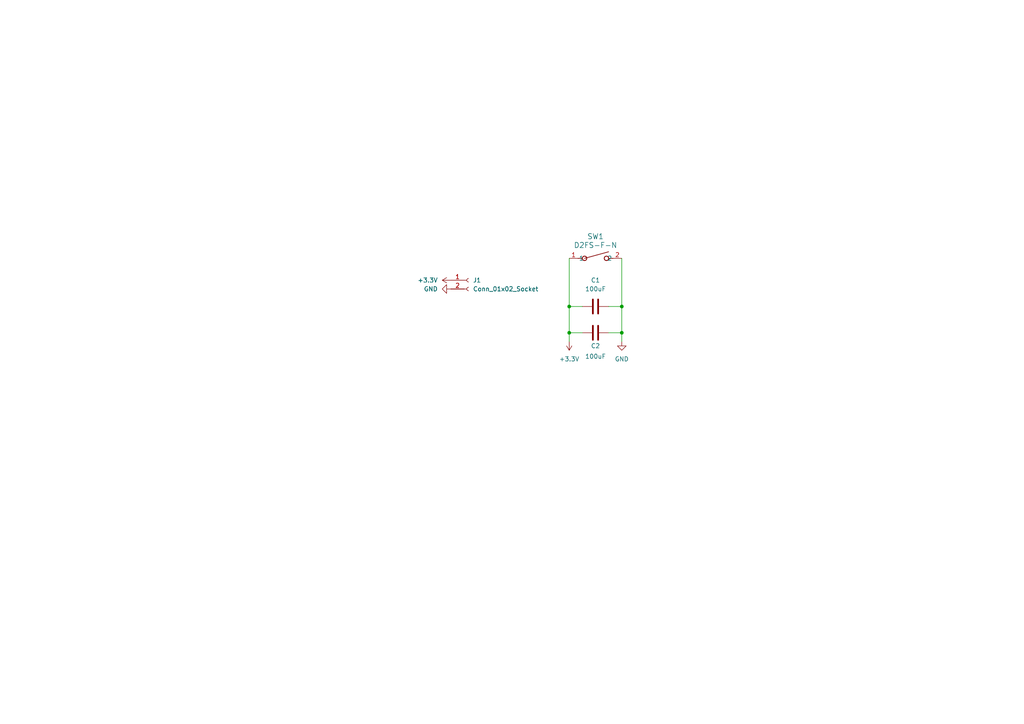
<source format=kicad_sch>
(kicad_sch (version 20250114) (generator "eeschema") (generator_version "9.0")
  (paper "A4")
  (lib_symbols
    (symbol "Connector:Conn_01x02_Socket" (pin_names (offset 1.016) (hide yes))
      (property "Reference" "J" (at 0 2.54 0))
      (property "Value" "Conn_01x02_Socket" (at 0 -5.08 0))
      (symbol "Conn_01x02_Socket_1_1"
        (polyline (pts (xy -1.27 0) (xy -0.508 0)) (stroke (width 0.1524)))
        (polyline (pts (xy -1.27 -2.54) (xy -0.508 -2.54)) (stroke (width 0.1524)))
        (arc (start 0 -0.508) (mid -0.5058 0) (end 0 0.508) (stroke (width 0.1524)))
        (arc (start 0 -3.048) (mid -0.5058 -2.54) (end 0 -2.032) (stroke (width 0.1524)))
        (pin passive line (at -5.08 0 0) (length 3.81) (name "Pin_1") (number "1"))
        (pin passive line (at -5.08 -2.54 0) (length 3.81) (name "Pin_2") (number "2"))
      )
    )
    (symbol "Device:C" (pin_numbers (hide yes)) (pin_names (offset 0.254))
      (property "Reference" "C" (at 0.635 2.54 0))
      (property "Value" "C" (at 0.635 -2.54 0))
      (symbol "C_0_1"
        (polyline (pts (xy -2.032 0.762) (xy 2.032 0.762)) (stroke (width 0.508)))
        (polyline (pts (xy -2.032 -0.762) (xy 2.032 -0.762)) (stroke (width 0.508)))
      )
      (symbol "C_1_1"
        (pin passive line (at 0 3.81 270) (length 2.794) (name "~") (number "1"))
        (pin passive line (at 0 -3.81 90) (length 2.794) (name "~") (number "2"))
      )
    )
    (symbol "Microswitch:D2FS-F-N" (pin_names (offset 0.254))
      (property "Reference" "SW" (at 7.62 3.81 0))
      (property "Value" "D2FS-F-N" (at 0 0 0))
      (symbol "D2FS-F-N_0_1"
        (polyline (pts (xy 2.54 0) (xy 3.81 0)) (stroke (width 0.2032)))
        (polyline (pts (xy 4.445 0) (xy 11.43 1.905)) (stroke (width 0.2032)))
        (circle (center 4.445 0) (radius 0.635) (stroke (width 0.254)))
        (circle (center 10.795 0) (radius 0.635) (stroke (width 0.254)))
        (polyline (pts (xy 12.7 0) (xy 11.43 0)) (stroke (width 0.2032)))
        (pin unspecified line (at 0 0 0) (length 2.54) (name "1") (number "1"))
        (pin unspecified line (at 15.24 0 180) (length 2.54) (name "2") (number "2"))
      )
    )
    (symbol "power:+3.3V" (power) (pin_names (offset 0))
      (property "Value" "+3.3V" (at 0 3.556 0))
      (symbol "+3.3V_0_1"
        (polyline (pts (xy -0.762 1.27) (xy 0 2.54)))
        (polyline (pts (xy 0 2.54) (xy 0.762 1.27)))
        (polyline (pts (xy 0 0) (xy 0 2.54)))
      )
      (symbol "+3.3V_1_1"
        (pin power_in line (at 0 0 90) (length 0) (hide yes) (name "+3.3V") (number "1"))
      )
    )
    (symbol "power:GND" (power) (pin_names (offset 0))
      (property "Value" "GND" (at 0 -3.81 0))
      (symbol "GND_0_1"
        (polyline (pts (xy 0 0) (xy 0 -1.27) (xy 1.27 -1.27) (xy 0 -2.54) (xy -1.27 -1.27) (xy 0 -1.27)))
      )
      (symbol "GND_1_1"
        (pin power_in line (at 0 0 270) (length 0) (hide yes) (name "GND") (number "1"))
      )
    )
  )
  (junction (at 180.34 96.52))
  (junction (at 180.34 88.9))
  (junction (at 165.1 96.52))
  (junction (at 165.1 88.9))
  (wire (pts (xy 180.34 88.9) (xy 176.53 88.9)))
  (wire (pts (xy 180.34 96.52) (xy 180.34 88.9)))
  (wire (pts (xy 165.1 96.52) (xy 165.1 99.06)))
  (wire (pts (xy 165.1 88.9) (xy 168.91 88.9)))
  (wire (pts (xy 165.1 74.93) (xy 165.1 88.9)))
  (wire (pts (xy 165.1 88.9) (xy 165.1 96.52)))
  (wire (pts (xy 165.1 96.52) (xy 168.91 96.52)))
  (wire (pts (xy 180.34 99.06) (xy 180.34 96.52)))
  (wire (pts (xy 180.34 74.93) (xy 180.34 88.9)))
  (wire (pts (xy 176.53 96.52) (xy 180.34 96.52)))
  (symbol (lib_id "power:+3.3V") (at 165.1 99.06 180) (unit 1)
    (property "Reference" "#PWR03" (effects (hide yes)))
    (property "Value" "+3.3V" (at 165.1 104.14 0))
    (property "Description" "Power symbol creates a global label with name \"+3.3V\"" (effects (hide yes)))
  )
  (symbol (lib_id "power:+3.3V") (at 130.81 81.28 90) (unit 1)
    (property "Reference" "#PWR01" (effects (hide yes)))
    (property "Value" "+3.3V" (at 127 81.2799 90) (effects (justify left)))
    (property "Description" "Power symbol creates a global label with name \"+3.3V\"" (effects (hide yes)))
  )
  (symbol (lib_id "Microswitch:D2FS-F-N") (at 165.1 74.93 0) (unit 1)
    (property "Reference" "SW1" (at 172.72 68.58 0) (effects (font (size 1.524 1.524))))
    (property "Value" "D2FS-F-N" (at 172.72 71.12 0) (effects (font (size 1.524 1.524))))
    (property "Footprint" "microswitch:SW_D2FS-F-N_OMR" (effects (hide yes)))
    (property "Datasheet" "D2FS-F-N" (effects (hide yes)))
  )
  (symbol (lib_id "Connector:Conn_01x02_Socket") (at 135.89 81.28 0) (unit 1)
    (property "Reference" "J1" (at 137.16 81.2799 0) (effects (justify left)))
    (property "Value" "Conn_01x02_Socket" (at 137.16 83.8199 0) (effects (justify left)))
    (property "Footprint" "Connector_PinSocket_2.54mm:PinSocket_1x02_P2.54mm_Vertical" (effects (hide yes)))
    (property "Description" "Generic connector, single row, 01x02, script generated" (effects (hide yes)))
  )
  (symbol (lib_id "power:GND") (at 130.81 83.82 270) (unit 1)
    (property "Reference" "#PWR02" (effects (hide yes)))
    (property "Value" "GND" (at 127 83.8199 90) (effects (justify right)))
    (property "Description" "Power symbol creates a global label with name \"GND\" , ground" (effects (hide yes)))
  )
  (symbol (lib_id "Device:C") (at 172.72 88.9 90) (unit 1)
    (property "Reference" "C1" (at 172.72 81.28 90))
    (property "Value" "100uF" (at 172.72 83.82 90))
    (property "Footprint" "Capacitor_SMD:C_0603_1608Metric_Pad1.08x0.95mm_HandSolder" (effects (hide yes)))
    (property "Description" "Unpolarized capacitor" (effects (hide yes)))
  )
  (symbol (lib_id "Device:C") (at 172.72 96.52 90) (unit 1)
    (property "Reference" "C2" (at 172.72 100.33 90))
    (property "Value" "100uF" (at 172.72 103.378 90))
    (property "Footprint" "Capacitor_THT:CP_Radial_D6.3mm_P2.50mm" (effects (hide yes)))
    (property "Description" "Unpolarized capacitor" (effects (hide yes)))
  )
  (symbol (lib_id "power:GND") (at 180.34 99.06 0) (unit 1)
    (property "Reference" "#PWR04" (effects (hide yes)))
    (property "Value" "GND" (at 180.34 104.14 0))
    (property "Description" "Power symbol creates a global label with name \"GND\" , ground" (effects (hide yes)))
  )
)
</source>
